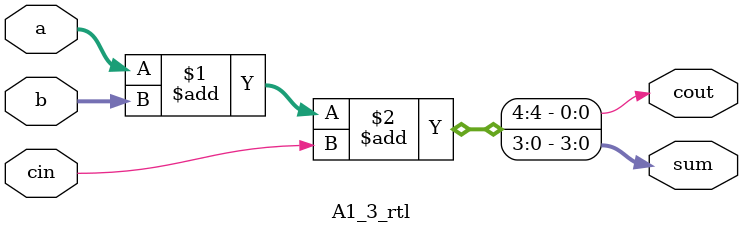
<source format=v>
module A1_3_rtl (
    output cout, output [bits-1:0] sum,
    input [bits-1:0] a,b, input cin
);
parameter bits = 4;

assign {cout,sum} = a+b+cin;

endmodule
</source>
